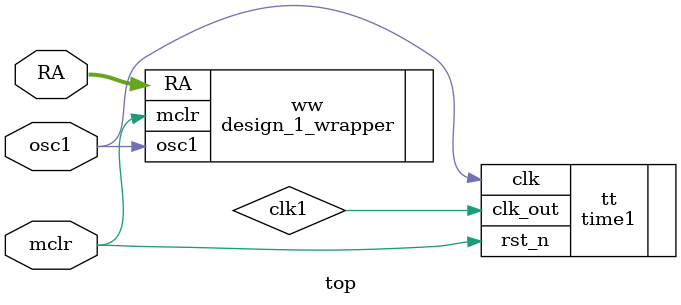
<source format=v>
`timescale 1ns / 1ps


module top(
    RA,
    mclr,
    osc1);
  inout [3:0]RA;
  input mclr;
  input osc1;
 wire clk1;
  design_1_wrapper ww
     (.RA(RA),
      .mclr(mclr),
      .osc1(osc1)
      );
  time1 tt(
                  .clk(osc1),
                  .rst_n(mclr),
                  .clk_out(clk1)
          );

endmodule

</source>
